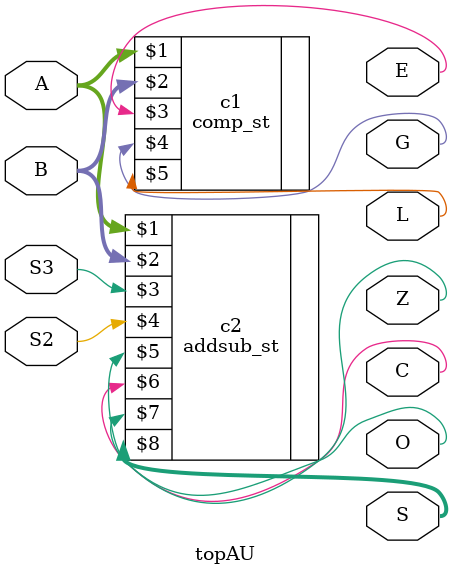
<source format=v>
module topAU(A,B,S3,S2,S,C,O,Z,E,G,L);
input [7:0] A,B;
input S3,S2;
output C,O,Z,E,G,L;
output [7:0] S;

comp_st c1(A,B,E,G,L);
addsub_st c2(A,B,S3,S2,Z,C,O,S);

endmodule

</source>
